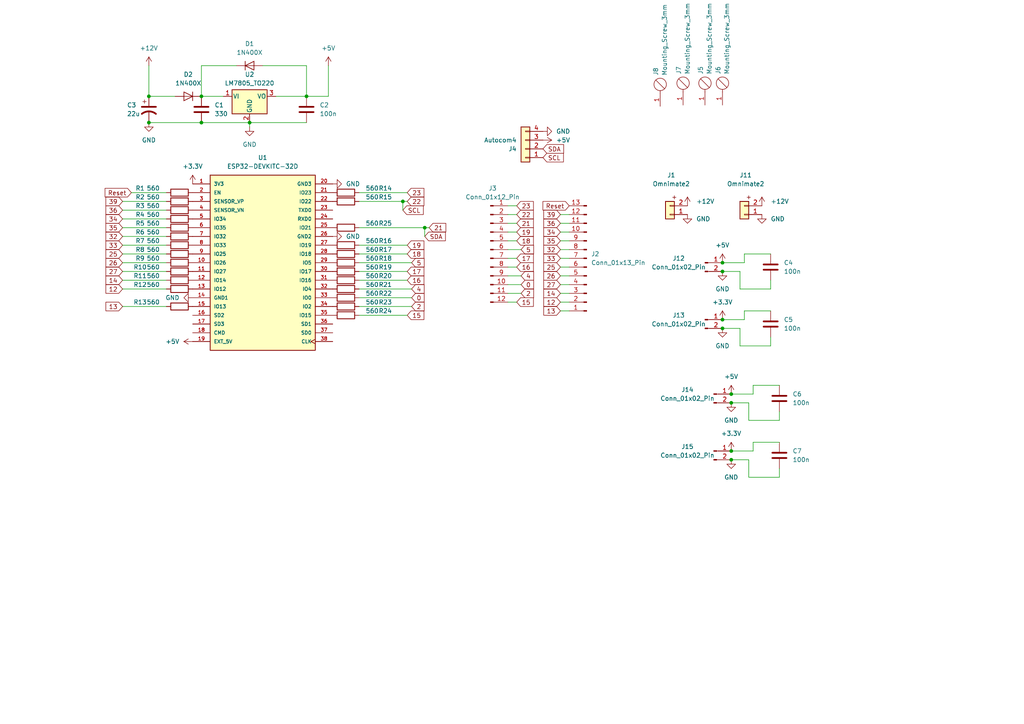
<source format=kicad_sch>
(kicad_sch (version 20250114) (generator "eeschema") (generator_version "9.0")
  (paper "A4")
  (lib_symbols
    (symbol "Connector:Conn_01x02_Pin" (pin_names (offset 1.016) (hide yes))
      (property "Reference" "J" (at 0 2.54 0))
      (property "Value" "Conn_01x02_Pin" (at 0 -5.08 0))
      (symbol "Conn_01x02_Pin_1_1"
        (rectangle (start 0.8636 0.127) (end 0 -0.127) (stroke (width 0.1524)) (fill (type outline)))
        (rectangle (start 0.8636 -2.413) (end 0 -2.667) (stroke (width 0.1524)) (fill (type outline)))
        (polyline (pts (xy 1.27 0) (xy 0.8636 0)) (stroke (width 0.1524)))
        (polyline (pts (xy 1.27 -2.54) (xy 0.8636 -2.54)) (stroke (width 0.1524)))
        (pin passive line (at 5.08 0 180) (length 3.81) (name "Pin_1") (number "1"))
        (pin passive line (at 5.08 -2.54 180) (length 3.81) (name "Pin_2") (number "2"))
      )
    )
    (symbol "Connector:Conn_01x12_Pin" (pin_names (offset 1.016) (hide yes))
      (property "Reference" "J" (at 0 15.24 0))
      (property "Value" "Conn_01x12_Pin" (at 0 -17.78 0))
      (symbol "Conn_01x12_Pin_1_1"
        (rectangle (start 0.8636 12.827) (end 0 12.573) (stroke (width 0.1524)) (fill (type outline)))
        (rectangle (start 0.8636 10.287) (end 0 10.033) (stroke (width 0.1524)) (fill (type outline)))
        (rectangle (start 0.8636 7.747) (end 0 7.493) (stroke (width 0.1524)) (fill (type outline)))
        (rectangle (start 0.8636 5.207) (end 0 4.953) (stroke (width 0.1524)) (fill (type outline)))
        (rectangle (start 0.8636 2.667) (end 0 2.413) (stroke (width 0.1524)) (fill (type outline)))
        (rectangle (start 0.8636 0.127) (end 0 -0.127) (stroke (width 0.1524)) (fill (type outline)))
        (rectangle (start 0.8636 -2.413) (end 0 -2.667) (stroke (width 0.1524)) (fill (type outline)))
        (rectangle (start 0.8636 -4.953) (end 0 -5.207) (stroke (width 0.1524)) (fill (type outline)))
        (rectangle (start 0.8636 -7.493) (end 0 -7.747) (stroke (width 0.1524)) (fill (type outline)))
        (rectangle (start 0.8636 -10.033) (end 0 -10.287) (stroke (width 0.1524)) (fill (type outline)))
        (rectangle (start 0.8636 -12.573) (end 0 -12.827) (stroke (width 0.1524)) (fill (type outline)))
        (rectangle (start 0.8636 -15.113) (end 0 -15.367) (stroke (width 0.1524)) (fill (type outline)))
        (polyline (pts (xy 1.27 12.7) (xy 0.8636 12.7)) (stroke (width 0.1524)))
        (polyline (pts (xy 1.27 10.16) (xy 0.8636 10.16)) (stroke (width 0.1524)))
        (polyline (pts (xy 1.27 7.62) (xy 0.8636 7.62)) (stroke (width 0.1524)))
        (polyline (pts (xy 1.27 5.08) (xy 0.8636 5.08)) (stroke (width 0.1524)))
        (polyline (pts (xy 1.27 2.54) (xy 0.8636 2.54)) (stroke (width 0.1524)))
        (polyline (pts (xy 1.27 0) (xy 0.8636 0)) (stroke (width 0.1524)))
        (polyline (pts (xy 1.27 -2.54) (xy 0.8636 -2.54)) (stroke (width 0.1524)))
        (polyline (pts (xy 1.27 -5.08) (xy 0.8636 -5.08)) (stroke (width 0.1524)))
        (polyline (pts (xy 1.27 -7.62) (xy 0.8636 -7.62)) (stroke (width 0.1524)))
        (polyline (pts (xy 1.27 -10.16) (xy 0.8636 -10.16)) (stroke (width 0.1524)))
        (polyline (pts (xy 1.27 -12.7) (xy 0.8636 -12.7)) (stroke (width 0.1524)))
        (polyline (pts (xy 1.27 -15.24) (xy 0.8636 -15.24)) (stroke (width 0.1524)))
        (pin passive line (at 5.08 12.7 180) (length 3.81) (name "Pin_1") (number "1"))
        (pin passive line (at 5.08 10.16 180) (length 3.81) (name "Pin_2") (number "2"))
        (pin passive line (at 5.08 7.62 180) (length 3.81) (name "Pin_3") (number "3"))
        (pin passive line (at 5.08 5.08 180) (length 3.81) (name "Pin_4") (number "4"))
        (pin passive line (at 5.08 2.54 180) (length 3.81) (name "Pin_5") (number "5"))
        (pin passive line (at 5.08 0 180) (length 3.81) (name "Pin_6") (number "6"))
        (pin passive line (at 5.08 -2.54 180) (length 3.81) (name "Pin_7") (number "7"))
        (pin passive line (at 5.08 -5.08 180) (length 3.81) (name "Pin_8") (number "8"))
        (pin passive line (at 5.08 -7.62 180) (length 3.81) (name "Pin_9") (number "9"))
        (pin passive line (at 5.08 -10.16 180) (length 3.81) (name "Pin_10") (number "10"))
        (pin passive line (at 5.08 -12.7 180) (length 3.81) (name "Pin_11") (number "11"))
        (pin passive line (at 5.08 -15.24 180) (length 3.81) (name "Pin_12") (number "12"))
      )
    )
    (symbol "Connector:Conn_01x13_Pin" (pin_names (offset 1.016) (hide yes))
      (property "Reference" "J" (at 0 17.78 0))
      (property "Value" "Conn_01x13_Pin" (at 0 -17.78 0))
      (symbol "Conn_01x13_Pin_1_1"
        (rectangle (start 0.8636 15.367) (end 0 15.113) (stroke (width 0.1524)) (fill (type outline)))
        (rectangle (start 0.8636 12.827) (end 0 12.573) (stroke (width 0.1524)) (fill (type outline)))
        (rectangle (start 0.8636 10.287) (end 0 10.033) (stroke (width 0.1524)) (fill (type outline)))
        (rectangle (start 0.8636 7.747) (end 0 7.493) (stroke (width 0.1524)) (fill (type outline)))
        (rectangle (start 0.8636 5.207) (end 0 4.953) (stroke (width 0.1524)) (fill (type outline)))
        (rectangle (start 0.8636 2.667) (end 0 2.413) (stroke (width 0.1524)) (fill (type outline)))
        (rectangle (start 0.8636 0.127) (end 0 -0.127) (stroke (width 0.1524)) (fill (type outline)))
        (rectangle (start 0.8636 -2.413) (end 0 -2.667) (stroke (width 0.1524)) (fill (type outline)))
        (rectangle (start 0.8636 -4.953) (end 0 -5.207) (stroke (width 0.1524)) (fill (type outline)))
        (rectangle (start 0.8636 -7.493) (end 0 -7.747) (stroke (width 0.1524)) (fill (type outline)))
        (rectangle (start 0.8636 -10.033) (end 0 -10.287) (stroke (width 0.1524)) (fill (type outline)))
        (rectangle (start 0.8636 -12.573) (end 0 -12.827) (stroke (width 0.1524)) (fill (type outline)))
        (rectangle (start 0.8636 -15.113) (end 0 -15.367) (stroke (width 0.1524)) (fill (type outline)))
        (polyline (pts (xy 1.27 15.24) (xy 0.8636 15.24)) (stroke (width 0.1524)))
        (polyline (pts (xy 1.27 12.7) (xy 0.8636 12.7)) (stroke (width 0.1524)))
        (polyline (pts (xy 1.27 10.16) (xy 0.8636 10.16)) (stroke (width 0.1524)))
        (polyline (pts (xy 1.27 7.62) (xy 0.8636 7.62)) (stroke (width 0.1524)))
        (polyline (pts (xy 1.27 5.08) (xy 0.8636 5.08)) (stroke (width 0.1524)))
        (polyline (pts (xy 1.27 2.54) (xy 0.8636 2.54)) (stroke (width 0.1524)))
        (polyline (pts (xy 1.27 0) (xy 0.8636 0)) (stroke (width 0.1524)))
        (polyline (pts (xy 1.27 -2.54) (xy 0.8636 -2.54)) (stroke (width 0.1524)))
        (polyline (pts (xy 1.27 -5.08) (xy 0.8636 -5.08)) (stroke (width 0.1524)))
        (polyline (pts (xy 1.27 -7.62) (xy 0.8636 -7.62)) (stroke (width 0.1524)))
        (polyline (pts (xy 1.27 -10.16) (xy 0.8636 -10.16)) (stroke (width 0.1524)))
        (polyline (pts (xy 1.27 -12.7) (xy 0.8636 -12.7)) (stroke (width 0.1524)))
        (polyline (pts (xy 1.27 -15.24) (xy 0.8636 -15.24)) (stroke (width 0.1524)))
        (pin passive line (at 5.08 15.24 180) (length 3.81) (name "Pin_1") (number "1"))
        (pin passive line (at 5.08 12.7 180) (length 3.81) (name "Pin_2") (number "2"))
        (pin passive line (at 5.08 10.16 180) (length 3.81) (name "Pin_3") (number "3"))
        (pin passive line (at 5.08 7.62 180) (length 3.81) (name "Pin_4") (number "4"))
        (pin passive line (at 5.08 5.08 180) (length 3.81) (name "Pin_5") (number "5"))
        (pin passive line (at 5.08 2.54 180) (length 3.81) (name "Pin_6") (number "6"))
        (pin passive line (at 5.08 0 180) (length 3.81) (name "Pin_7") (number "7"))
        (pin passive line (at 5.08 -2.54 180) (length 3.81) (name "Pin_8") (number "8"))
        (pin passive line (at 5.08 -5.08 180) (length 3.81) (name "Pin_9") (number "9"))
        (pin passive line (at 5.08 -7.62 180) (length 3.81) (name "Pin_10") (number "10"))
        (pin passive line (at 5.08 -10.16 180) (length 3.81) (name "Pin_11") (number "11"))
        (pin passive line (at 5.08 -12.7 180) (length 3.81) (name "Pin_12") (number "12"))
        (pin passive line (at 5.08 -15.24 180) (length 3.81) (name "Pin_13") (number "13"))
      )
    )
    (symbol "ESP32-DEVKITC-32D:ESP32-DEVKITC-32D" (pin_names (offset 1.016))
      (property "Reference" "U" (at -15.2654 26.0604 0))
      (property "Value" "ESP32-DEVKITC-32D" (at -15.2654 -27.9654 0))
      (symbol "ESP32-DEVKITC-32D_0_0"
        (rectangle (start -15.24 -25.4) (end 15.24 25.4) (stroke (width 0.254)) (fill (type background)))
        (pin power_in line (at -20.32 22.86 0) (length 5.08) (name "3V3") (number "1"))
        (pin input line (at -20.32 20.32 0) (length 5.08) (name "EN") (number "2"))
        (pin input line (at -20.32 17.78 0) (length 5.08) (name "SENSOR_VP") (number "3"))
        (pin input line (at -20.32 15.24 0) (length 5.08) (name "SENSOR_VN") (number "4"))
        (pin bidirectional line (at -20.32 12.7 0) (length 5.08) (name "IO34") (number "5"))
        (pin bidirectional line (at -20.32 10.16 0) (length 5.08) (name "IO35") (number "6"))
        (pin bidirectional line (at -20.32 7.62 0) (length 5.08) (name "IO32") (number "7"))
        (pin bidirectional line (at -20.32 5.08 0) (length 5.08) (name "IO33") (number "8"))
        (pin bidirectional line (at -20.32 2.54 0) (length 5.08) (name "IO25") (number "9"))
        (pin bidirectional line (at -20.32 0 0) (length 5.08) (name "IO26") (number "10"))
        (pin bidirectional line (at -20.32 -2.54 0) (length 5.08) (name "IO27") (number "11"))
        (pin bidirectional line (at -20.32 -5.08 0) (length 5.08) (name "IO14") (number "12"))
        (pin bidirectional line (at -20.32 -7.62 0) (length 5.08) (name "IO12") (number "13"))
        (pin power_in line (at -20.32 -10.16 0) (length 5.08) (name "GND1") (number "14"))
        (pin bidirectional line (at -20.32 -12.7 0) (length 5.08) (name "IO13") (number "15"))
        (pin bidirectional line (at -20.32 -15.24 0) (length 5.08) (name "SD2") (number "16"))
        (pin bidirectional line (at -20.32 -17.78 0) (length 5.08) (name "SD3") (number "17"))
        (pin bidirectional line (at -20.32 -20.32 0) (length 5.08) (name "CMD") (number "18"))
        (pin power_in line (at -20.32 -22.86 0) (length 5.08) (name "EXT_5V") (number "19"))
        (pin power_in line (at 20.32 22.86 180) (length 5.08) (name "GND3") (number "20"))
        (pin bidirectional line (at 20.32 20.32 180) (length 5.08) (name "IO23") (number "21"))
        (pin bidirectional line (at 20.32 17.78 180) (length 5.08) (name "IO22") (number "22"))
        (pin output line (at 20.32 15.24 180) (length 5.08) (name "TXD0") (number "23"))
        (pin input line (at 20.32 12.7 180) (length 5.08) (name "RXD0") (number "24"))
        (pin bidirectional line (at 20.32 10.16 180) (length 5.08) (name "IO21") (number "25"))
        (pin power_in line (at 20.32 7.62 180) (length 5.08) (name "GND2") (number "26"))
        (pin bidirectional line (at 20.32 5.08 180) (length 5.08) (name "IO19") (number "27"))
        (pin bidirectional line (at 20.32 2.54 180) (length 5.08) (name "IO18") (number "28"))
        (pin bidirectional line (at 20.32 0 180) (length 5.08) (name "IO5") (number "29"))
        (pin bidirectional line (at 20.32 -2.54 180) (length 5.08) (name "IO17") (number "30"))
        (pin bidirectional line (at 20.32 -5.08 180) (length 5.08) (name "IO16") (number "31"))
        (pin bidirectional line (at 20.32 -7.62 180) (length 5.08) (name "IO4") (number "32"))
        (pin bidirectional line (at 20.32 -10.16 180) (length 5.08) (name "IO0") (number "33"))
        (pin bidirectional line (at 20.32 -12.7 180) (length 5.08) (name "IO2") (number "34"))
        (pin bidirectional line (at 20.32 -15.24 180) (length 5.08) (name "IO15") (number "35"))
        (pin bidirectional line (at 20.32 -17.78 180) (length 5.08) (name "SD1") (number "36"))
        (pin bidirectional line (at 20.32 -20.32 180) (length 5.08) (name "SD0") (number "37"))
        (pin input clock (at 20.32 -22.86 180) (length 5.08) (name "CLK") (number "38"))
      )
    )
    (symbol "SymbGamelGe2_v6:1N400X" (pin_numbers (hide yes)) (pin_names (offset 1.016) (hide yes))
      (property "Reference" "D" (at 0 2.54 0))
      (property "Value" "1N400X" (at 0 -2.54 0))
      (symbol "1N400X_0_1"
        (polyline (pts (xy -1.27 1.27) (xy -1.27 -1.27)) (stroke (width 0.2032)))
        (polyline (pts (xy 1.27 1.27) (xy 1.27 -1.27) (xy -1.27 0) (xy 1.27 1.27)) (stroke (width 0.2032)))
        (polyline (pts (xy 1.27 0) (xy -1.27 0)))
      )
      (symbol "1N400X_1_1"
        (pin passive line (at -3.81 0 0) (length 2.54) (name "K") (number "1"))
        (pin passive line (at 3.81 0 180) (length 2.54) (name "A") (number "2"))
      )
    )
    (symbol "SymbGamelGe2_v6:Autocom4" (pin_names (offset 1.016) (hide yes))
      (property "Reference" "J" (at 0 5.08 0))
      (property "Value" "Autocom4" (at 0 -7.62 0))
      (symbol "Autocom4_1_1"
        (rectangle (start -1.27 3.81) (end 1.27 -6.35) (stroke (width 0.254)) (fill (type background)))
        (rectangle (start -1.27 2.667) (end 0 2.413) (stroke (width 0.1524)))
        (rectangle (start -1.27 0.127) (end 0 -0.127) (stroke (width 0.1524)))
        (rectangle (start -1.27 -2.413) (end 0 -2.667) (stroke (width 0.1524)))
        (rectangle (start -1.27 -4.953) (end 0 -5.207) (stroke (width 0.1524)))
        (pin passive line (at -5.08 2.54 0) (length 3.81) (name "Pin_1") (number "1"))
        (pin passive line (at -5.08 0 0) (length 3.81) (name "Pin_2") (number "2"))
        (pin passive line (at -5.08 -2.54 0) (length 3.81) (name "Pin_3") (number "3"))
        (pin passive line (at -5.08 -5.08 0) (length 3.81) (name "Pin_4") (number "4"))
      )
    )
    (symbol "SymbGamelGe2_v6:C" (pin_numbers (hide yes)) (pin_names (offset 0.254))
      (property "Reference" "C" (at 0.635 2.54 0))
      (property "Value" "C" (at 0.635 -2.54 0))
      (symbol "C_0_1"
        (polyline (pts (xy -2.032 0.762) (xy 2.032 0.762)) (stroke (width 0.508)))
        (polyline (pts (xy -2.032 -0.762) (xy 2.032 -0.762)) (stroke (width 0.508)))
      )
      (symbol "C_1_1"
        (pin passive line (at 0 3.81 270) (length 2.794) (name "~") (number "1"))
        (pin passive line (at 0 -3.81 90) (length 2.794) (name "~") (number "2"))
      )
    )
    (symbol "SymbGamelGe2_v6:Cp" (pin_numbers (hide yes)) (pin_names (offset 0.254) (hide yes))
      (property "Reference" "C" (at 0.635 2.54 0))
      (property "Value" "Cp" (at 0.635 -2.54 0))
      (symbol "Cp_0_1"
        (polyline (pts (xy -2.032 0.762) (xy 2.032 0.762)) (stroke (width 0.508)))
        (polyline (pts (xy -1.778 2.286) (xy -0.762 2.286)))
        (polyline (pts (xy -1.27 1.778) (xy -1.27 2.794)))
        (arc (start -2.032 -1.27) (mid 0 -0.5572) (end 2.032 -1.27) (stroke (width 0.508)))
      )
      (symbol "Cp_1_1"
        (pin passive line (at 0 3.81 270) (length 2.794) (name "~") (number "1"))
        (pin passive line (at 0 -3.81 90) (length 3.302) (name "~") (number "2"))
      )
    )
    (symbol "SymbGamelGe2_v6:LM7805_TO220" (pin_names (offset 0.254))
      (property "Reference" "U" (at -3.81 3.175 0))
      (property "Value" "LM7805_TO220" (at 0 3.175 0))
      (symbol "LM7805_TO220_0_1"
        (rectangle (start -5.08 1.905) (end 5.08 -5.08) (stroke (width 0.254)) (fill (type background)))
      )
      (symbol "LM7805_TO220_1_1"
        (pin power_in line (at -7.62 0 0) (length 2.54) (name "VI") (number "1"))
        (pin power_in line (at 0 -7.62 90) (length 2.54) (name "GND") (number "2"))
        (pin power_out line (at 7.62 0 180) (length 2.54) (name "VO") (number "3"))
      )
    )
    (symbol "SymbGamelGe2_v6:Mounting_Screw_3mm" (pin_names (offset 1.016) (hide yes))
      (property "Reference" "J" (at 0 2.54 0))
      (property "Value" "Mounting_Screw_3mm" (at 1.27 -2.54 0))
      (symbol "Mounting_Screw_3mm_0_1"
        (polyline (pts (xy 0 -1.27) (xy 2.54 1.27)))
        (circle (center 1.27 0) (radius 1.8034))
      )
      (symbol "Mounting_Screw_3mm_1_1"
        (polyline (pts (xy -1.27 0) (xy -0.508 0)) (stroke (width 0.1524)))
        (pin passive line (at -5.08 0 0) (length 3.81) (name "Pin_1") (number "1"))
      )
    )
    (symbol "SymbGamelGe2_v6:Omnimate2" (pin_names (offset 1.016) (hide yes))
      (property "Reference" "J" (at -1.27 2.54 0))
      (property "Value" "Omnimate2" (at 0 -5.08 0))
      (symbol "Omnimate2_0_0"
        (text "+" (at 1.27 2.54 0) (effects (font (size 1.27 1.27))))
      )
      (symbol "Omnimate2_1_1"
        (rectangle (start -1.27 1.27) (end 1.27 -3.81) (stroke (width 0.254)) (fill (type background)))
        (rectangle (start 0 0.127) (end 1.27 -0.127) (stroke (width 0.1524)))
        (rectangle (start 0 -2.413) (end 1.27 -2.667) (stroke (width 0.1524)))
        (pin passive line (at 5.08 0 180) (length 3.81) (name "Pin_2") (number "2"))
        (pin passive line (at 5.08 -2.54 180) (length 3.81) (name "Pin_1") (number "1"))
      )
    )
    (symbol "SymbGamelGe2_v6:R" (pin_numbers (hide yes)) (pin_names (offset 0))
      (property "Reference" "R" (at 2.032 0 90))
      (property "Value" "R" (at 0 0 90))
      (symbol "R_0_1"
        (rectangle (start -1.016 -2.54) (end 1.016 2.54) (stroke (width 0.254)))
      )
      (symbol "R_1_1"
        (pin passive line (at 0 3.81 270) (length 1.27) (name "~") (number "1"))
        (pin passive line (at 0 -3.81 90) (length 1.27) (name "~") (number "2"))
      )
    )
    (symbol "power:+12V" (power) (pin_names (offset 0))
      (property "Value" "+12V" (at 0 3.556 0))
      (symbol "+12V_0_1"
        (polyline (pts (xy -0.762 1.27) (xy 0 2.54)))
        (polyline (pts (xy 0 2.54) (xy 0.762 1.27)))
        (polyline (pts (xy 0 0) (xy 0 2.54)))
      )
      (symbol "+12V_1_1"
        (pin power_in line (at 0 0 90) (length 0) (hide yes) (name "+12V") (number "1"))
      )
    )
    (symbol "power:+3.3V" (power) (pin_names (offset 0))
      (property "Value" "+3.3V" (at 0 3.556 0))
      (symbol "+3.3V_0_1"
        (polyline (pts (xy -0.762 1.27) (xy 0 2.54)))
        (polyline (pts (xy 0 2.54) (xy 0.762 1.27)))
        (polyline (pts (xy 0 0) (xy 0 2.54)))
      )
      (symbol "+3.3V_1_1"
        (pin power_in line (at 0 0 90) (length 0) (hide yes) (name "+3.3V") (number "1"))
      )
    )
    (symbol "power:+5V" (power) (pin_names (offset 0))
      (property "Value" "+5V" (at 0 3.556 0))
      (symbol "+5V_0_1"
        (polyline (pts (xy -0.762 1.27) (xy 0 2.54)))
        (polyline (pts (xy 0 2.54) (xy 0.762 1.27)))
        (polyline (pts (xy 0 0) (xy 0 2.54)))
      )
      (symbol "+5V_1_1"
        (pin power_in line (at 0 0 90) (length 0) (hide yes) (name "+5V") (number "1"))
      )
    )
    (symbol "power:GND" (power) (pin_names (offset 0))
      (property "Value" "GND" (at 0 -3.81 0))
      (symbol "GND_0_1"
        (polyline (pts (xy 0 0) (xy 0 -1.27) (xy 1.27 -1.27) (xy 0 -2.54) (xy -1.27 -1.27) (xy 0 -1.27)))
      )
      (symbol "GND_1_1"
        (pin power_in line (at 0 0 270) (length 0) (hide yes) (name "GND") (number "1"))
      )
    )
  )
  (junction (at 58.42 35.56))
  (junction (at 212.09 130.81))
  (junction (at 212.09 116.84))
  (junction (at 209.55 92.71))
  (junction (at 123.19 66.04))
  (junction (at 58.42 27.94))
  (junction (at 88.9 27.94))
  (junction (at 209.55 76.2))
  (junction (at 72.39 35.56))
  (junction (at 43.18 35.56))
  (junction (at 212.09 114.3))
  (junction (at 116.84 58.42))
  (junction (at 209.55 78.74))
  (junction (at 212.09 133.35))
  (junction (at 43.18 27.94))
  (junction (at 209.55 95.25))
  (wire (pts (xy 149.86 74.93) (xy 147.32 74.93)))
  (wire (pts (xy 217.17 116.84) (xy 212.09 116.84)))
  (wire (pts (xy 149.86 59.69) (xy 147.32 59.69)))
  (wire (pts (xy 217.17 133.35) (xy 212.09 133.35)))
  (wire (pts (xy 149.86 64.77) (xy 147.32 64.77)))
  (wire (pts (xy 119.38 76.2) (xy 104.14 76.2)))
  (wire (pts (xy 215.9 76.2) (xy 209.55 76.2)))
  (wire (pts (xy 214.63 78.74) (xy 209.55 78.74)))
  (wire (pts (xy 226.06 119.38) (xy 226.06 121.92)))
  (wire (pts (xy 218.44 128.27) (xy 218.44 130.81)))
  (wire (pts (xy 162.56 80.01) (xy 165.1 80.01)))
  (wire (pts (xy 217.17 121.92) (xy 217.17 116.84)))
  (wire (pts (xy 149.86 67.31) (xy 147.32 67.31)))
  (wire (pts (xy 88.9 27.94) (xy 95.25 27.94)))
  (wire (pts (xy 35.56 73.66) (xy 48.26 73.66)))
  (wire (pts (xy 162.56 72.39) (xy 165.1 72.39)))
  (wire (pts (xy 35.56 83.82) (xy 48.26 83.82)))
  (wire (pts (xy 35.56 58.42) (xy 48.26 58.42)))
  (wire (pts (xy 226.06 138.43) (xy 217.17 138.43)))
  (wire (pts (xy 223.52 97.79) (xy 223.52 100.33)))
  (wire (pts (xy 226.06 128.27) (xy 218.44 128.27)))
  (wire (pts (xy 226.06 121.92) (xy 217.17 121.92)))
  (wire (pts (xy 214.63 83.82) (xy 214.63 78.74)))
  (wire (pts (xy 116.84 60.96) (xy 116.84 58.42)))
  (wire (pts (xy 218.44 114.3) (xy 212.09 114.3)))
  (wire (pts (xy 68.58 19.05) (xy 58.42 19.05)))
  (wire (pts (xy 123.19 66.04) (xy 124.46 66.04)))
  (wire (pts (xy 149.86 87.63) (xy 147.32 87.63)))
  (wire (pts (xy 43.18 19.05) (xy 43.18 27.94)))
  (wire (pts (xy 162.56 67.31) (xy 165.1 67.31)))
  (wire (pts (xy 162.56 77.47) (xy 165.1 77.47)))
  (wire (pts (xy 35.56 81.28) (xy 48.26 81.28)))
  (wire (pts (xy 35.56 71.12) (xy 48.26 71.12)))
  (wire (pts (xy 116.84 58.42) (xy 104.14 58.42)))
  (wire (pts (xy 76.2 19.05) (xy 88.9 19.05)))
  (wire (pts (xy 118.11 55.88) (xy 104.14 55.88)))
  (wire (pts (xy 43.18 35.56) (xy 58.42 35.56)))
  (wire (pts (xy 118.11 91.44) (xy 104.14 91.44)))
  (wire (pts (xy 217.17 138.43) (xy 217.17 133.35)))
  (wire (pts (xy 58.42 19.05) (xy 58.42 27.94)))
  (wire (pts (xy 149.86 62.23) (xy 147.32 62.23)))
  (wire (pts (xy 58.42 27.94) (xy 64.77 27.94)))
  (wire (pts (xy 118.11 81.28) (xy 104.14 81.28)))
  (wire (pts (xy 118.11 58.42) (xy 116.84 58.42)))
  (wire (pts (xy 215.9 90.17) (xy 215.9 92.71)))
  (wire (pts (xy 214.63 100.33) (xy 214.63 95.25)))
  (wire (pts (xy 162.56 62.23) (xy 165.1 62.23)))
  (wire (pts (xy 58.42 35.56) (xy 72.39 35.56)))
  (wire (pts (xy 123.19 68.58) (xy 123.19 66.04)))
  (wire (pts (xy 214.63 95.25) (xy 209.55 95.25)))
  (wire (pts (xy 151.13 85.09) (xy 147.32 85.09)))
  (wire (pts (xy 162.56 90.17) (xy 165.1 90.17)))
  (wire (pts (xy 88.9 27.94) (xy 80.01 27.94)))
  (wire (pts (xy 151.13 72.39) (xy 147.32 72.39)))
  (wire (pts (xy 149.86 77.47) (xy 147.32 77.47)))
  (wire (pts (xy 35.56 78.74) (xy 48.26 78.74)))
  (wire (pts (xy 223.52 81.28) (xy 223.52 83.82)))
  (wire (pts (xy 119.38 83.82) (xy 104.14 83.82)))
  (wire (pts (xy 72.39 35.56) (xy 88.9 35.56)))
  (wire (pts (xy 215.9 92.71) (xy 209.55 92.71)))
  (wire (pts (xy 162.56 74.93) (xy 165.1 74.93)))
  (wire (pts (xy 149.86 69.85) (xy 147.32 69.85)))
  (wire (pts (xy 151.13 82.55) (xy 147.32 82.55)))
  (wire (pts (xy 226.06 135.89) (xy 226.06 138.43)))
  (wire (pts (xy 104.14 66.04) (xy 123.19 66.04)))
  (wire (pts (xy 35.56 88.9) (xy 48.26 88.9)))
  (wire (pts (xy 162.56 87.63) (xy 165.1 87.63)))
  (wire (pts (xy 162.56 82.55) (xy 165.1 82.55)))
  (wire (pts (xy 118.11 78.74) (xy 104.14 78.74)))
  (wire (pts (xy 118.11 71.12) (xy 104.14 71.12)))
  (wire (pts (xy 223.52 100.33) (xy 214.63 100.33)))
  (wire (pts (xy 95.25 27.94) (xy 95.25 19.05)))
  (wire (pts (xy 119.38 86.36) (xy 104.14 86.36)))
  (wire (pts (xy 88.9 19.05) (xy 88.9 27.94)))
  (wire (pts (xy 162.56 69.85) (xy 165.1 69.85)))
  (wire (pts (xy 162.56 85.09) (xy 165.1 85.09)))
  (wire (pts (xy 223.52 73.66) (xy 215.9 73.66)))
  (wire (pts (xy 223.52 83.82) (xy 214.63 83.82)))
  (wire (pts (xy 151.13 80.01) (xy 147.32 80.01)))
  (wire (pts (xy 35.56 76.2) (xy 48.26 76.2)))
  (wire (pts (xy 223.52 90.17) (xy 215.9 90.17)))
  (wire (pts (xy 35.56 63.5) (xy 48.26 63.5)))
  (wire (pts (xy 72.39 36.83) (xy 72.39 35.56)))
  (wire (pts (xy 119.38 88.9) (xy 104.14 88.9)))
  (wire (pts (xy 35.56 68.58) (xy 48.26 68.58)))
  (wire (pts (xy 215.9 73.66) (xy 215.9 76.2)))
  (wire (pts (xy 118.11 73.66) (xy 104.14 73.66)))
  (wire (pts (xy 35.56 60.96) (xy 48.26 60.96)))
  (wire (pts (xy 226.06 111.76) (xy 218.44 111.76)))
  (wire (pts (xy 35.56 66.04) (xy 48.26 66.04)))
  (wire (pts (xy 162.56 64.77) (xy 165.1 64.77)))
  (wire (pts (xy 43.18 27.94) (xy 50.8 27.94)))
  (wire (pts (xy 218.44 130.81) (xy 212.09 130.81)))
  (wire (pts (xy 38.1 55.88) (xy 48.26 55.88)))
  (wire (pts (xy 218.44 111.76) (xy 218.44 114.3)))
  (global_label "4" (shape input) (at 119.38 83.82 0) (property "Intersheetrefs" "${INTERSHEET_REFS}" (effects (hide yes))))
  (global_label "36" (shape input) (at 35.56 60.96 180) (property "Intersheetrefs" "${INTERSHEET_REFS}" (effects (hide yes))))
  (global_label "26" (shape input) (at 35.56 76.2 180) (property "Intersheetrefs" "${INTERSHEET_REFS}" (effects (hide yes))))
  (global_label "18" (shape input) (at 118.11 73.66 0) (property "Intersheetrefs" "${INTERSHEET_REFS}" (effects (hide yes))))
  (global_label "36" (shape input) (at 162.56 64.77 180) (property "Intersheetrefs" "${INTERSHEET_REFS}" (effects (hide yes))))
  (global_label "2" (shape input) (at 119.38 88.9 0) (property "Intersheetrefs" "${INTERSHEET_REFS}" (effects (hide yes))))
  (global_label "25" (shape input) (at 162.56 77.47 180) (property "Intersheetrefs" "${INTERSHEET_REFS}" (effects (hide yes))))
  (global_label "SDA" (shape input) (at 123.19 68.58 0) (property "Intersheetrefs" "${INTERSHEET_REFS}" (effects (hide yes))))
  (global_label "13" (shape input) (at 162.56 90.17 180) (property "Intersheetrefs" "${INTERSHEET_REFS}" (effects (hide yes))))
  (global_label "39" (shape input) (at 35.56 58.42 180) (property "Intersheetrefs" "${INTERSHEET_REFS}" (effects (hide yes))))
  (global_label "35" (shape input) (at 162.56 69.85 180) (property "Intersheetrefs" "${INTERSHEET_REFS}" (effects (hide yes))))
  (global_label "13" (shape input) (at 35.56 88.9 180) (property "Intersheetrefs" "${INTERSHEET_REFS}" (effects (hide yes))))
  (global_label "17" (shape input) (at 118.11 78.74 0) (property "Intersheetrefs" "${INTERSHEET_REFS}" (effects (hide yes))))
  (global_label "27" (shape input) (at 35.56 78.74 180) (property "Intersheetrefs" "${INTERSHEET_REFS}" (effects (hide yes))))
  (global_label "19" (shape input) (at 118.11 71.12 0) (property "Intersheetrefs" "${INTERSHEET_REFS}" (effects (hide yes))))
  (global_label "22" (shape input) (at 118.11 58.42 0) (property "Intersheetrefs" "${INTERSHEET_REFS}" (effects (hide yes))))
  (global_label "34" (shape input) (at 162.56 67.31 180) (property "Intersheetrefs" "${INTERSHEET_REFS}" (effects (hide yes))))
  (global_label "26" (shape input) (at 162.56 80.01 180) (property "Intersheetrefs" "${INTERSHEET_REFS}" (effects (hide yes))))
  (global_label "34" (shape input) (at 35.56 63.5 180) (property "Intersheetrefs" "${INTERSHEET_REFS}" (effects (hide yes))))
  (global_label "SDA" (shape input) (at 157.48 43.18 0) (property "Intersheetrefs" "${INTERSHEET_REFS}" (effects (hide yes))))
  (global_label "0" (shape input) (at 119.38 86.36 0) (property "Intersheetrefs" "${INTERSHEET_REFS}" (effects (hide yes))))
  (global_label "33" (shape input) (at 162.56 74.93 180) (property "Intersheetrefs" "${INTERSHEET_REFS}" (effects (hide yes))))
  (global_label "5" (shape input) (at 119.38 76.2 0) (property "Intersheetrefs" "${INTERSHEET_REFS}" (effects (hide yes))))
  (global_label "SCL" (shape input) (at 116.84 60.96 0) (property "Intersheetrefs" "${INTERSHEET_REFS}" (effects (hide yes))))
  (global_label "Reset" (shape input) (at 38.1 55.88 180) (property "Intersheetrefs" "${INTERSHEET_REFS}" (effects (hide yes))))
  (global_label "SCL" (shape input) (at 157.48 45.72 0) (property "Intersheetrefs" "${INTERSHEET_REFS}" (effects (hide yes))))
  (global_label "14" (shape input) (at 162.56 85.09 180) (property "Intersheetrefs" "${INTERSHEET_REFS}" (effects (hide yes))))
  (global_label "33" (shape input) (at 35.56 71.12 180) (property "Intersheetrefs" "${INTERSHEET_REFS}" (effects (hide yes))))
  (global_label "18" (shape input) (at 149.86 69.85 0) (property "Intersheetrefs" "${INTERSHEET_REFS}" (effects (hide yes))))
  (global_label "35" (shape input) (at 35.56 66.04 180) (property "Intersheetrefs" "${INTERSHEET_REFS}" (effects (hide yes))))
  (global_label "32" (shape input) (at 35.56 68.58 180) (property "Intersheetrefs" "${INTERSHEET_REFS}" (effects (hide yes))))
  (global_label "22" (shape input) (at 149.86 62.23 0) (property "Intersheetrefs" "${INTERSHEET_REFS}" (effects (hide yes))))
  (global_label "4" (shape input) (at 151.13 80.01 0) (property "Intersheetrefs" "${INTERSHEET_REFS}" (effects (hide yes))))
  (global_label "16" (shape input) (at 149.86 77.47 0) (property "Intersheetrefs" "${INTERSHEET_REFS}" (effects (hide yes))))
  (global_label "17" (shape input) (at 149.86 74.93 0) (property "Intersheetrefs" "${INTERSHEET_REFS}" (effects (hide yes))))
  (global_label "27" (shape input) (at 162.56 82.55 180) (property "Intersheetrefs" "${INTERSHEET_REFS}" (effects (hide yes))))
  (global_label "Reset" (shape input) (at 165.1 59.69 180) (property "Intersheetrefs" "${INTERSHEET_REFS}" (effects (hide yes))))
  (global_label "16" (shape input) (at 118.11 81.28 0) (property "Intersheetrefs" "${INTERSHEET_REFS}" (effects (hide yes))))
  (global_label "21" (shape input) (at 149.86 64.77 0) (property "Intersheetrefs" "${INTERSHEET_REFS}" (effects (hide yes))))
  (global_label "32" (shape input) (at 162.56 72.39 180) (property "Intersheetrefs" "${INTERSHEET_REFS}" (effects (hide yes))))
  (global_label "15" (shape input) (at 118.11 91.44 0) (property "Intersheetrefs" "${INTERSHEET_REFS}" (effects (hide yes))))
  (global_label "15" (shape input) (at 149.86 87.63 0) (property "Intersheetrefs" "${INTERSHEET_REFS}" (effects (hide yes))))
  (global_label "14" (shape input) (at 35.56 81.28 180) (property "Intersheetrefs" "${INTERSHEET_REFS}" (effects (hide yes))))
  (global_label "19" (shape input) (at 149.86 67.31 0) (property "Intersheetrefs" "${INTERSHEET_REFS}" (effects (hide yes))))
  (global_label "39" (shape input) (at 162.56 62.23 180) (property "Intersheetrefs" "${INTERSHEET_REFS}" (effects (hide yes))))
  (global_label "12" (shape input) (at 162.56 87.63 180) (property "Intersheetrefs" "${INTERSHEET_REFS}" (effects (hide yes))))
  (global_label "2" (shape input) (at 151.13 85.09 0) (property "Intersheetrefs" "${INTERSHEET_REFS}" (effects (hide yes))))
  (global_label "21" (shape input) (at 124.46 66.04 0) (property "Intersheetrefs" "${INTERSHEET_REFS}" (effects (hide yes))))
  (global_label "5" (shape input) (at 151.13 72.39 0) (property "Intersheetrefs" "${INTERSHEET_REFS}" (effects (hide yes))))
  (global_label "23" (shape input) (at 118.11 55.88 0) (property "Intersheetrefs" "${INTERSHEET_REFS}" (effects (hide yes))))
  (global_label "23" (shape input) (at 149.86 59.69 0) (property "Intersheetrefs" "${INTERSHEET_REFS}" (effects (hide yes))))
  (global_label "25" (shape input) (at 35.56 73.66 180) (property "Intersheetrefs" "${INTERSHEET_REFS}" (effects (hide yes))))
  (global_label "12" (shape input) (at 35.56 83.82 180) (property "Intersheetrefs" "${INTERSHEET_REFS}" (effects (hide yes))))
  (global_label "0" (shape input) (at 151.13 82.55 0) (property "Intersheetrefs" "${INTERSHEET_REFS}" (effects (hide yes))))
  (symbol (lib_id "SymbGamelGe2_v6:LM7805_TO220") (at 72.39 27.94 0) (unit 1)
    (property "Reference" "U2" (at 72.39 21.59 0))
    (property "Value" "LM7805_TO220" (at 72.39 24.13 0))
    (property "Footprint" "FootprintGamelGe2_v6:TO-220-3_Horizontal_TabDown" (effects (hide yes)))
    (property "Datasheet" "http://www.fairchildsemi.com/ds/LM/LM7805.pdf" (effects (hide yes)))
  )
  (symbol (lib_id "power:+5V") (at 95.25 19.05 0) (unit 1)
    (property "Reference" "#PWR03" (effects (hide yes)))
    (property "Value" "+5V" (at 95.25 13.97 0))
  )
  (symbol (lib_id "SymbGamelGe2_v6:C") (at 88.9 31.75 0) (unit 1)
    (property "Reference" "C2" (at 92.71 30.48 0) (effects (justify left)))
    (property "Value" "100n" (at 92.71 33.02 0) (effects (justify left)))
    (property "Footprint" "FootprintGamelGe2_v6:C_Rect_L7.0mm_W2.5mm_P5.00mm" (effects (hide yes)))
  )
  (symbol (lib_id "SymbGamelGe2_v6:Mounting_Screw_3mm") (at 191.4776 25.7564 90) (unit 1)
    (property "Reference" "J8" (at 190.2076 21.9464 0) (effects (justify left)))
    (property "Value" "Mounting_Screw_3mm" (at 192.7476 21.9464 0) (effects (justify left)))
    (property "Footprint" "FootprintGamelGe2_v6:Mounting_Screw_3mm" (effects (hide yes)))
  )
  (symbol (lib_id "power:GND") (at 96.52 68.58 90) (unit 1)
    (property "Reference" "#PWR07" (effects (hide yes)))
    (property "Value" "GND" (at 100.33 68.58 90) (effects (justify right)))
  )
  (symbol (lib_id "SymbGamelGe2_v6:R") (at 100.33 81.28 270) (unit 1)
    (property "Reference" "R20" (at 111.76 80.01 90))
    (property "Value" "560" (at 107.95 80.01 90))
    (property "Footprint" "FootprintGamelGe2_v6:R_Axial_DIN0207_L6.3mm_D2.5mm_P10.16mm_Horizontal" (effects (hide yes)))
  )
  (symbol (lib_id "power:+5V") (at 157.48 40.64 270) (unit 1)
    (property "Reference" "#PWR032" (effects (hide yes)))
    (property "Value" "+5V" (at 161.29 40.64 90) (effects (justify left)))
  )
  (symbol (lib_id "SymbGamelGe2_v6:R") (at 52.07 88.9 90) (unit 1)
    (property "Reference" "R13" (at 40.64 87.63 90))
    (property "Value" "560" (at 44.45 87.63 90))
    (property "Footprint" "FootprintGamelGe2_v6:R_Axial_DIN0207_L6.3mm_D2.5mm_P10.16mm_Horizontal" (effects (hide yes)))
  )
  (symbol (lib_id "SymbGamelGe2_v6:1N400X") (at 72.39 19.05 0) (unit 1)
    (property "Reference" "D1" (at 72.39 12.7 0))
    (property "Value" "1N400X" (at 72.39 15.24 0))
    (property "Footprint" "Diode_THT:D_DO-41_SOD81_P10.16mm_Horizontal" (effects (hide yes)))
    (property "Datasheet" "http://www.vishay.com/docs/88503/1n4001.pdf" (effects (hide yes)))
  )
  (symbol (lib_id "power:GND") (at 43.18 35.56 0) (unit 1)
    (property "Reference" "#PWR027" (effects (hide yes)))
    (property "Value" "GND" (at 43.18 40.64 0))
  )
  (symbol (lib_id "SymbGamelGe2_v6:R") (at 52.07 63.5 90) (unit 1)
    (property "Reference" "R4" (at 40.64 62.23 90))
    (property "Value" "560" (at 44.45 62.23 90))
    (property "Footprint" "FootprintGamelGe2_v6:R_Axial_DIN0207_L6.3mm_D2.5mm_P10.16mm_Horizontal" (effects (hide yes)))
  )
  (symbol (lib_id "SymbGamelGe2_v6:R") (at 100.33 76.2 270) (unit 1)
    (property "Reference" "R18" (at 111.76 74.93 90))
    (property "Value" "560" (at 107.95 74.93 90))
    (property "Footprint" "FootprintGamelGe2_v6:R_Axial_DIN0207_L6.3mm_D2.5mm_P10.16mm_Horizontal" (effects (hide yes)))
  )
  (symbol (lib_id "SymbGamelGe2_v6:1N400X") (at 54.61 27.94 180) (unit 1)
    (property "Reference" "D2" (at 54.61 21.59 0))
    (property "Value" "1N400X" (at 54.61 24.13 0))
    (property "Footprint" "Diode_THT:D_DO-41_SOD81_P10.16mm_Horizontal" (effects (hide yes)))
    (property "Datasheet" "http://www.vishay.com/docs/88503/1n4001.pdf" (effects (hide yes)))
  )
  (symbol (lib_id "SymbGamelGe2_v6:Cp") (at 43.18 31.75 0) (unit 1)
    (property "Reference" "C3" (at 36.83 30.48 0) (effects (justify left)))
    (property "Value" "22u" (at 36.83 33.02 0) (effects (justify left)))
    (property "Footprint" "FootprintGamelGe2_v6:CP_Radial_D5.0mm_P2.50mm" (effects (hide yes)))
  )
  (symbol (lib_id "SymbGamelGe2_v6:R") (at 52.07 83.82 90) (unit 1)
    (property "Reference" "R12" (at 40.64 82.55 90))
    (property "Value" "560" (at 44.45 82.55 90))
    (property "Footprint" "FootprintGamelGe2_v6:R_Axial_DIN0207_L6.3mm_D2.5mm_P10.16mm_Horizontal" (effects (hide yes)))
  )
  (symbol (lib_id "power:GND") (at 212.09 116.84 0) (unit 1)
    (property "Reference" "#PWR018" (effects (hide yes)))
    (property "Value" "GND" (at 212.09 121.92 0))
  )
  (symbol (lib_id "Connector:Conn_01x02_Pin") (at 207.01 130.81 0) (unit 1)
    (property "Reference" "J15" (at 199.39 129.54 0))
    (property "Value" "Conn_01x02_Pin" (at 199.39 132.08 0))
    (property "Footprint" "Connector_PinHeader_2.54mm:PinHeader_1x02_P2.54mm_Vertical" (effects (hide yes)))
  )
  (symbol (lib_id "power:+3.3V") (at 209.55 92.71 0) (unit 1)
    (property "Reference" "#PWR016" (effects (hide yes)))
    (property "Value" "+3.3V" (at 209.55 87.63 0))
  )
  (symbol (lib_id "power:GND") (at 199.39 62.23 0) (unit 1)
    (property "Reference" "#PWR014" (effects (hide yes)))
    (property "Value" "GND" (at 201.93 63.5 0) (effects (justify left)))
  )
  (symbol (lib_id "SymbGamelGe2_v6:R") (at 52.07 73.66 90) (unit 1)
    (property "Reference" "R8" (at 40.64 72.39 90))
    (property "Value" "560" (at 44.45 72.39 90))
    (property "Footprint" "FootprintGamelGe2_v6:R_Axial_DIN0207_L6.3mm_D2.5mm_P10.16mm_Horizontal" (effects (hide yes)))
  )
  (symbol (lib_id "power:+3.3V") (at 212.09 130.81 0) (unit 1)
    (property "Reference" "#PWR019" (effects (hide yes)))
    (property "Value" "+3.3V" (at 212.09 125.73 0))
  )
  (symbol (lib_id "SymbGamelGe2_v6:Autocom4") (at 152.4 43.18 180) (unit 1)
    (property "Reference" "J4" (at 149.86 43.18 0) (effects (justify left)))
    (property "Value" "Autocom4" (at 149.86 40.64 0) (effects (justify left)))
    (property "Footprint" "Connector_PinHeader_2.00mm:PinHeader_1x04_P2.00mm_Vertical" (effects (hide yes)))
  )
  (symbol (lib_id "SymbGamelGe2_v6:R") (at 100.33 73.66 270) (unit 1)
    (property "Reference" "R17" (at 111.76 72.39 90))
    (property "Value" "560" (at 107.95 72.39 90))
    (property "Footprint" "FootprintGamelGe2_v6:R_Axial_DIN0207_L6.3mm_D2.5mm_P10.16mm_Horizontal" (effects (hide yes)))
  )
  (symbol (lib_id "SymbGamelGe2_v6:Omnimate2") (at 194.31 59.69 0) (unit 1)
    (property "Reference" "J1" (at 194.6952 50.8 0))
    (property "Value" "Omnimate2" (at 194.6952 53.34 0))
    (property "Footprint" "FootprintGamelGe2_v6:OmnimateSL-5,08_1x02_P5.08mm_Vertical" (effects (hide yes)))
  )
  (symbol (lib_id "SymbGamelGe2_v6:C") (at 226.06 132.08 0) (unit 1)
    (property "Reference" "C7" (at 229.87 130.81 0) (effects (justify left)))
    (property "Value" "100n" (at 229.87 133.35 0) (effects (justify left)))
    (property "Footprint" "FootprintGamelGe2_v6:C_Rect_L7.0mm_W2.5mm_P5.00mm" (effects (hide yes)))
  )
  (symbol (lib_id "power:GND") (at 220.98 62.23 0) (unit 1)
    (property "Reference" "#PWR011" (effects (hide yes)))
    (property "Value" "GND" (at 223.52 63.5 0) (effects (justify left)))
  )
  (symbol (lib_id "SymbGamelGe2_v6:R") (at 52.07 55.88 90) (unit 1)
    (property "Reference" "R1" (at 40.64 54.61 90))
    (property "Value" "560" (at 44.45 54.61 90))
    (property "Footprint" "FootprintGamelGe2_v6:R_Axial_DIN0207_L6.3mm_D2.5mm_P10.16mm_Horizontal" (effects (hide yes)))
  )
  (symbol (lib_id "SymbGamelGe2_v6:Mounting_Screw_3mm") (at 204.47 25.4 90) (unit 1)
    (property "Reference" "J5" (at 203.2 21.59 0) (effects (justify left)))
    (property "Value" "Mounting_Screw_3mm" (at 205.74 21.59 0) (effects (justify left)))
    (property "Footprint" "FootprintGamelGe2_v6:Mounting_Screw_3mm" (effects (hide yes)))
  )
  (symbol (lib_id "power:GND") (at 157.48 38.1 90) (unit 1)
    (property "Reference" "#PWR031" (effects (hide yes)))
    (property "Value" "GND" (at 161.29 38.1 90) (effects (justify right)))
  )
  (symbol (lib_id "power:GND") (at 209.55 78.74 0) (unit 1)
    (property "Reference" "#PWR015" (effects (hide yes)))
    (property "Value" "GND" (at 209.55 83.82 0))
  )
  (symbol (lib_id "power:GND") (at 96.52 53.34 90) (unit 1)
    (property "Reference" "#PWR06" (effects (hide yes)))
    (property "Value" "GND" (at 100.33 53.34 90) (effects (justify right)))
  )
  (symbol (lib_id "power:GND") (at 212.09 133.35 0) (unit 1)
    (property "Reference" "#PWR020" (effects (hide yes)))
    (property "Value" "GND" (at 212.09 138.43 0))
  )
  (symbol (lib_id "power:+12V") (at 43.18 19.05 0) (unit 1)
    (property "Reference" "#PWR01" (effects (hide yes)))
    (property "Value" "+12V" (at 43.18 13.97 0))
  )
  (symbol (lib_id "SymbGamelGe2_v6:Mounting_Screw_3mm") (at 209.55 25.4 90) (unit 1)
    (property "Reference" "J6" (at 208.28 21.59 0) (effects (justify left)))
    (property "Value" "Mounting_Screw_3mm" (at 210.82 21.59 0) (effects (justify left)))
    (property "Footprint" "FootprintGamelGe2_v6:Mounting_Screw_3mm" (effects (hide yes)))
  )
  (symbol (lib_id "power:GND") (at 209.55 95.25 0) (unit 1)
    (property "Reference" "#PWR09" (effects (hide yes)))
    (property "Value" "GND" (at 209.55 100.33 0))
  )
  (symbol (lib_id "SymbGamelGe2_v6:R") (at 100.33 91.44 270) (unit 1)
    (property "Reference" "R24" (at 111.76 90.17 90))
    (property "Value" "560" (at 107.95 90.17 90))
    (property "Footprint" "FootprintGamelGe2_v6:R_Axial_DIN0207_L6.3mm_D2.5mm_P10.16mm_Horizontal" (effects (hide yes)))
  )
  (symbol (lib_id "SymbGamelGe2_v6:R") (at 52.07 71.12 90) (unit 1)
    (property "Reference" "R7" (at 40.64 69.85 90))
    (property "Value" "560" (at 44.45 69.85 90))
    (property "Footprint" "FootprintGamelGe2_v6:R_Axial_DIN0207_L6.3mm_D2.5mm_P10.16mm_Horizontal" (effects (hide yes)))
  )
  (symbol (lib_id "Connector:Conn_01x02_Pin") (at 204.47 92.71 0) (unit 1)
    (property "Reference" "J13" (at 196.85 91.44 0))
    (property "Value" "Conn_01x02_Pin" (at 196.85 93.98 0))
    (property "Footprint" "Connector_PinHeader_2.54mm:PinHeader_1x02_P2.54mm_Vertical" (effects (hide yes)))
  )
  (symbol (lib_id "power:GND") (at 72.39 36.83 0) (unit 1)
    (property "Reference" "#PWR02" (effects (hide yes)))
    (property "Value" "GND" (at 72.39 41.91 0))
  )
  (symbol (lib_id "SymbGamelGe2_v6:R") (at 100.33 58.42 270) (unit 1)
    (property "Reference" "R15" (at 111.76 57.15 90))
    (property "Value" "560" (at 107.95 57.15 90))
    (property "Footprint" "FootprintGamelGe2_v6:R_Axial_DIN0207_L6.3mm_D2.5mm_P10.16mm_Horizontal" (effects (hide yes)))
  )
  (symbol (lib_id "SymbGamelGe2_v6:C") (at 223.52 77.47 0) (unit 1)
    (property "Reference" "C4" (at 227.33 76.2 0) (effects (justify left)))
    (property "Value" "100n" (at 227.33 78.74 0) (effects (justify left)))
    (property "Footprint" "FootprintGamelGe2_v6:C_Rect_L7.0mm_W2.5mm_P5.00mm" (effects (hide yes)))
  )
  (symbol (lib_id "ESP32-DEVKITC-32D:ESP32-DEVKITC-32D") (at 76.2 76.2 0) (unit 1)
    (property "Reference" "U1" (at 76.2 45.72 0))
    (property "Value" "ESP32-DEVKITC-32D" (at 76.2 48.26 0))
    (property "Footprint" "MODULE_ESP32-DEVKITC-32D" (effects (hide yes)))
    (property "PARTREV" "4" (effects (hide yes)))
    (property "MANUFACTURER" "Espressif Systems" (effects (hide yes)))
  )
  (symbol (lib_id "SymbGamelGe2_v6:C") (at 223.52 93.98 0) (unit 1)
    (property "Reference" "C5" (at 227.33 92.71 0) (effects (justify left)))
    (property "Value" "100n" (at 227.33 95.25 0) (effects (justify left)))
    (property "Footprint" "FootprintGamelGe2_v6:C_Rect_L7.0mm_W2.5mm_P5.00mm" (effects (hide yes)))
  )
  (symbol (lib_id "SymbGamelGe2_v6:R") (at 100.33 71.12 270) (unit 1)
    (property "Reference" "R16" (at 111.76 69.85 90))
    (property "Value" "560" (at 107.95 69.85 90))
    (property "Footprint" "FootprintGamelGe2_v6:R_Axial_DIN0207_L6.3mm_D2.5mm_P10.16mm_Horizontal" (effects (hide yes)))
  )
  (symbol (lib_id "SymbGamelGe2_v6:C") (at 226.06 115.57 0) (unit 1)
    (property "Reference" "C6" (at 229.87 114.3 0) (effects (justify left)))
    (property "Value" "100n" (at 229.87 116.84 0) (effects (justify left)))
    (property "Footprint" "FootprintGamelGe2_v6:C_Rect_L7.0mm_W2.5mm_P5.00mm" (effects (hide yes)))
  )
  (symbol (lib_id "SymbGamelGe2_v6:Omnimate2") (at 215.9 59.69 0) (unit 1)
    (property "Reference" "J11" (at 216.2852 50.8 0))
    (property "Value" "Omnimate2" (at 216.2852 53.34 0))
    (property "Footprint" "FootprintGamelGe2_v6:OmnimateSL-5,08_1x02_P5.08mm_Vertical" (effects (hide yes)))
  )
  (symbol (lib_id "power:+12V") (at 220.98 59.69 0) (unit 1)
    (property "Reference" "#PWR010" (effects (hide yes)))
    (property "Value" "+12V" (at 223.52 58.42 0) (effects (justify left)))
  )
  (symbol (lib_id "SymbGamelGe2_v6:R") (at 52.07 58.42 90) (unit 1)
    (property "Reference" "R2" (at 40.64 57.15 90))
    (property "Value" "560" (at 44.45 57.15 90))
    (property "Footprint" "FootprintGamelGe2_v6:R_Axial_DIN0207_L6.3mm_D2.5mm_P10.16mm_Horizontal" (effects (hide yes)))
  )
  (symbol (lib_id "power:+3.3V") (at 55.88 53.34 0) (unit 1)
    (property "Reference" "#PWR021" (effects (hide yes)))
    (property "Value" "+3.3V" (at 55.88 48.26 0))
  )
  (symbol (lib_id "power:GND") (at 55.88 86.36 270) (unit 1)
    (property "Reference" "#PWR05" (effects (hide yes)))
    (property "Value" "GND" (at 52.07 86.36 90) (effects (justify right)))
  )
  (symbol (lib_id "SymbGamelGe2_v6:R") (at 100.33 86.36 270) (unit 1)
    (property "Reference" "R22" (at 111.76 85.09 90))
    (property "Value" "560" (at 107.95 85.09 90))
    (property "Footprint" "FootprintGamelGe2_v6:R_Axial_DIN0207_L6.3mm_D2.5mm_P10.16mm_Horizontal" (effects (hide yes)))
  )
  (symbol (lib_id "Connector:Conn_01x13_Pin") (at 170.18 74.93 180) (unit 1)
    (property "Reference" "J2" (at 171.45 73.66 0) (effects (justify right)))
    (property "Value" "Conn_01x13_Pin" (at 171.45 76.2 0) (effects (justify right)))
    (property "Footprint" "Connector_PinHeader_2.54mm:PinHeader_1x13_P2.54mm_Vertical" (effects (hide yes)))
  )
  (symbol (lib_id "SymbGamelGe2_v6:R") (at 52.07 76.2 90) (unit 1)
    (property "Reference" "R9" (at 40.64 74.93 90))
    (property "Value" "560" (at 44.45 74.93 90))
    (property "Footprint" "FootprintGamelGe2_v6:R_Axial_DIN0207_L6.3mm_D2.5mm_P10.16mm_Horizontal" (effects (hide yes)))
  )
  (symbol (lib_id "SymbGamelGe2_v6:R") (at 52.07 68.58 90) (unit 1)
    (property "Reference" "R6" (at 40.64 67.31 90))
    (property "Value" "560" (at 44.45 67.31 90))
    (property "Footprint" "FootprintGamelGe2_v6:R_Axial_DIN0207_L6.3mm_D2.5mm_P10.16mm_Horizontal" (effects (hide yes)))
  )
  (symbol (lib_id "SymbGamelGe2_v6:R") (at 52.07 66.04 90) (unit 1)
    (property "Reference" "R5" (at 40.64 64.77 90))
    (property "Value" "560" (at 44.45 64.77 90))
    (property "Footprint" "FootprintGamelGe2_v6:R_Axial_DIN0207_L6.3mm_D2.5mm_P10.16mm_Horizontal" (effects (hide yes)))
  )
  (symbol (lib_id "Connector:Conn_01x02_Pin") (at 207.01 114.3 0) (unit 1)
    (property "Reference" "J14" (at 199.39 113.03 0))
    (property "Value" "Conn_01x02_Pin" (at 199.39 115.57 0))
    (property "Footprint" "Connector_PinHeader_2.54mm:PinHeader_1x02_P2.54mm_Vertical" (effects (hide yes)))
  )
  (symbol (lib_id "power:+5V") (at 212.09 114.3 0) (unit 1)
    (property "Reference" "#PWR017" (effects (hide yes)))
    (property "Value" "+5V" (at 212.09 109.22 0))
  )
  (symbol (lib_id "SymbGamelGe2_v6:R") (at 100.33 78.74 270) (unit 1)
    (property "Reference" "R19" (at 111.76 77.47 90))
    (property "Value" "560" (at 107.95 77.47 90))
    (property "Footprint" "FootprintGamelGe2_v6:R_Axial_DIN0207_L6.3mm_D2.5mm_P10.16mm_Horizontal" (effects (hide yes)))
  )
  (symbol (lib_id "SymbGamelGe2_v6:R") (at 100.33 55.88 270) (unit 1)
    (property "Reference" "R14" (at 111.76 54.61 90))
    (property "Value" "560" (at 107.95 54.61 90))
    (property "Footprint" "FootprintGamelGe2_v6:R_Axial_DIN0207_L6.3mm_D2.5mm_P10.16mm_Horizontal" (effects (hide yes)))
  )
  (symbol (lib_id "power:+5V") (at 55.88 99.06 90) (unit 1)
    (property "Reference" "#PWR04" (effects (hide yes)))
    (property "Value" "+5V" (at 52.07 99.06 90) (effects (justify left)))
  )
  (symbol (lib_id "SymbGamelGe2_v6:R") (at 52.07 60.96 90) (unit 1)
    (property "Reference" "R3" (at 40.64 59.69 90))
    (property "Value" "560" (at 44.45 59.69 90))
    (property "Footprint" "FootprintGamelGe2_v6:R_Axial_DIN0207_L6.3mm_D2.5mm_P10.16mm_Horizontal" (effects (hide yes)))
  )
  (symbol (lib_id "power:+5V") (at 209.55 76.2 0) (unit 1)
    (property "Reference" "#PWR012" (effects (hide yes)))
    (property "Value" "+5V" (at 209.55 71.12 0))
  )
  (symbol (lib_id "SymbGamelGe2_v6:R") (at 100.33 88.9 270) (unit 1)
    (property "Reference" "R23" (at 111.76 87.63 90))
    (property "Value" "560" (at 107.95 87.63 90))
    (property "Footprint" "FootprintGamelGe2_v6:R_Axial_DIN0207_L6.3mm_D2.5mm_P10.16mm_Horizontal" (effects (hide yes)))
  )
  (symbol (lib_id "SymbGamelGe2_v6:R") (at 100.33 66.04 270) (unit 1)
    (property "Reference" "R25" (at 111.76 64.77 90))
    (property "Value" "560" (at 107.95 64.77 90))
    (property "Footprint" "FootprintGamelGe2_v6:R_Axial_DIN0207_L6.3mm_D2.5mm_P10.16mm_Horizontal" (effects (hide yes)))
  )
  (symbol (lib_id "Connector:Conn_01x12_Pin") (at 142.24 72.39 0) (unit 1)
    (property "Reference" "J3" (at 142.875 54.61 0))
    (property "Value" "Conn_01x12_Pin" (at 142.875 57.15 0))
    (property "Footprint" "Connector_PinHeader_2.54mm:PinHeader_1x12_P2.54mm_Vertical" (effects (hide yes)))
  )
  (symbol (lib_id "Connector:Conn_01x02_Pin") (at 204.47 76.2 0) (unit 1)
    (property "Reference" "J12" (at 196.85 74.93 0))
    (property "Value" "Conn_01x02_Pin" (at 196.85 77.47 0))
    (property "Footprint" "Connector_PinHeader_2.54mm:PinHeader_1x02_P2.54mm_Vertical" (effects (hide yes)))
  )
  (symbol (lib_id "SymbGamelGe2_v6:R") (at 52.07 78.74 90) (unit 1)
    (property "Reference" "R10" (at 40.64 77.47 90))
    (property "Value" "560" (at 44.45 77.47 90))
    (property "Footprint" "FootprintGamelGe2_v6:R_Axial_DIN0207_L6.3mm_D2.5mm_P10.16mm_Horizontal" (effects (hide yes)))
  )
  (symbol (lib_id "power:+12V") (at 199.39 59.69 0) (unit 1)
    (property "Reference" "#PWR013" (effects (hide yes)))
    (property "Value" "+12V" (at 201.93 58.42 0) (effects (justify left)))
  )
  (symbol (lib_id "SymbGamelGe2_v6:R") (at 52.07 81.28 90) (unit 1)
    (property "Reference" "R11" (at 40.64 80.01 90))
    (property "Value" "560" (at 44.45 80.01 90))
    (property "Footprint" "FootprintGamelGe2_v6:R_Axial_DIN0207_L6.3mm_D2.5mm_P10.16mm_Horizontal" (effects (hide yes)))
  )
  (symbol (lib_id "SymbGamelGe2_v6:Mounting_Screw_3mm") (at 198.12 25.4 90) (unit 1)
    (property "Reference" "J7" (at 196.85 21.59 0) (effects (justify left)))
    (property "Value" "Mounting_Screw_3mm" (at 199.39 21.59 0) (effects (justify left)))
    (property "Footprint" "FootprintGamelGe2_v6:Mounting_Screw_3mm" (effects (hide yes)))
  )
  (symbol (lib_id "SymbGamelGe2_v6:C") (at 58.42 31.75 0) (unit 1)
    (property "Reference" "C1" (at 62.23 30.48 0) (effects (justify left)))
    (property "Value" "330" (at 62.23 33.02 0) (effects (justify left)))
    (property "Footprint" "FootprintGamelGe2_v6:C_Rect_L7.0mm_W2.5mm_P5.00mm" (effects (hide yes)))
  )
  (symbol (lib_id "SymbGamelGe2_v6:R") (at 100.33 83.82 270) (unit 1)
    (property "Reference" "R21" (at 111.76 82.55 90))
    (property "Value" "560" (at 107.95 82.55 90))
    (property "Footprint" "FootprintGamelGe2_v6:R_Axial_DIN0207_L6.3mm_D2.5mm_P10.16mm_Horizontal" (effects (hide yes)))
  )
)
</source>
